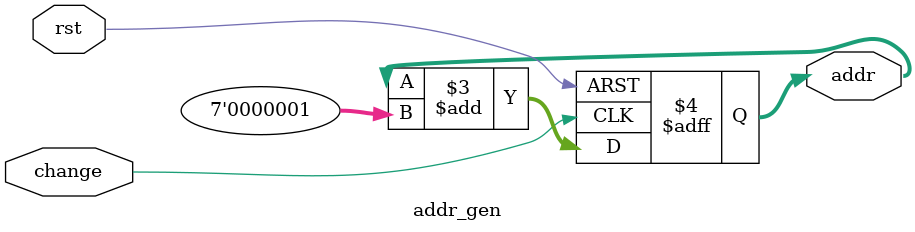
<source format=v>
module addr_gen(
                input change,rst,
                output reg[6:0] addr
                );

always @(posedge change or negedge rst) begin
    if(!rst)begin
        addr <= 7'd0;
    end else begin
        addr <= addr + 7'd1;
    end
end


endmodule
</source>
